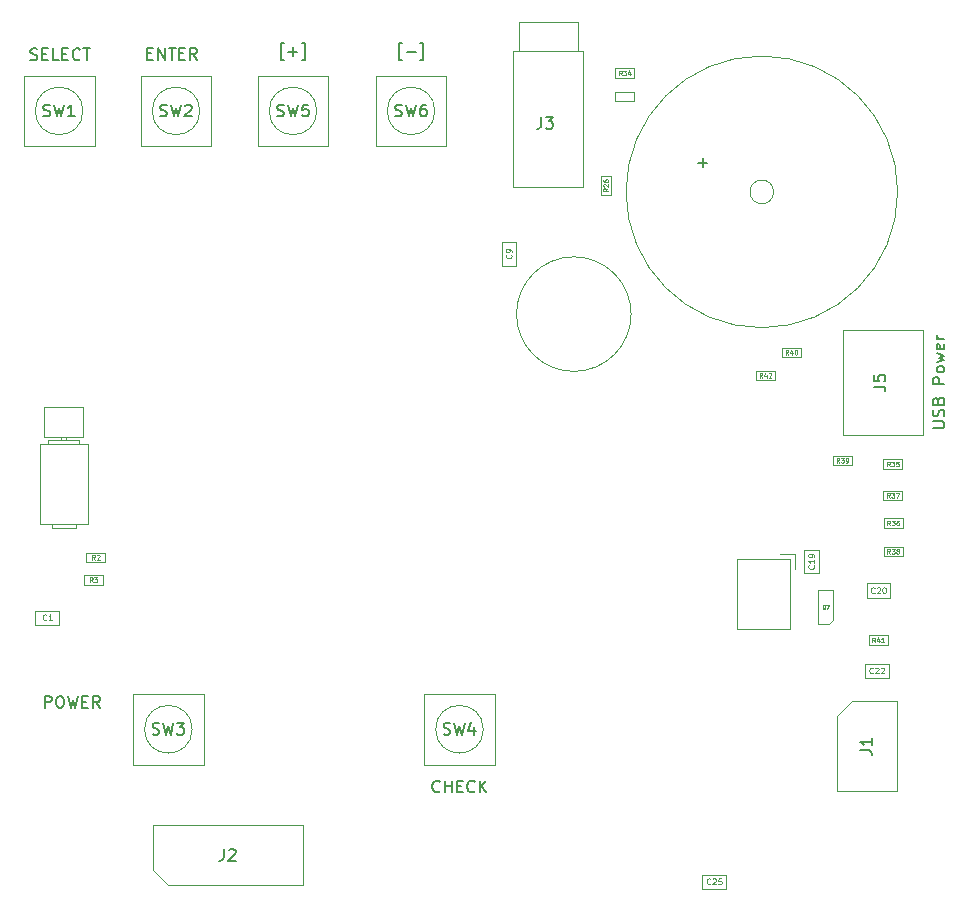
<source format=gbr>
G04 #@! TF.GenerationSoftware,KiCad,Pcbnew,9.0.6-9.0.6~ubuntu24.04.1*
G04 #@! TF.CreationDate,2026-01-10T11:13:35+03:00*
G04 #@! TF.ProjectId,Dreamstalker-PRO-v2,44726561-6d73-4746-916c-6b65722d5052,2.4*
G04 #@! TF.SameCoordinates,Original*
G04 #@! TF.FileFunction,AssemblyDrawing,Top*
%FSLAX46Y46*%
G04 Gerber Fmt 4.6, Leading zero omitted, Abs format (unit mm)*
G04 Created by KiCad (PCBNEW 9.0.6-9.0.6~ubuntu24.04.1) date 2026-01-10 11:13:35*
%MOMM*%
%LPD*%
G01*
G04 APERTURE LIST*
%ADD10C,0.150000*%
%ADD11C,0.060000*%
%ADD12C,0.080000*%
%ADD13C,0.050000*%
%ADD14C,0.100000*%
G04 APERTURE END LIST*
D10*
X93890476Y-98754819D02*
X93890476Y-97754819D01*
X93890476Y-97754819D02*
X94271428Y-97754819D01*
X94271428Y-97754819D02*
X94366666Y-97802438D01*
X94366666Y-97802438D02*
X94414285Y-97850057D01*
X94414285Y-97850057D02*
X94461904Y-97945295D01*
X94461904Y-97945295D02*
X94461904Y-98088152D01*
X94461904Y-98088152D02*
X94414285Y-98183390D01*
X94414285Y-98183390D02*
X94366666Y-98231009D01*
X94366666Y-98231009D02*
X94271428Y-98278628D01*
X94271428Y-98278628D02*
X93890476Y-98278628D01*
X95080952Y-97754819D02*
X95271428Y-97754819D01*
X95271428Y-97754819D02*
X95366666Y-97802438D01*
X95366666Y-97802438D02*
X95461904Y-97897676D01*
X95461904Y-97897676D02*
X95509523Y-98088152D01*
X95509523Y-98088152D02*
X95509523Y-98421485D01*
X95509523Y-98421485D02*
X95461904Y-98611961D01*
X95461904Y-98611961D02*
X95366666Y-98707200D01*
X95366666Y-98707200D02*
X95271428Y-98754819D01*
X95271428Y-98754819D02*
X95080952Y-98754819D01*
X95080952Y-98754819D02*
X94985714Y-98707200D01*
X94985714Y-98707200D02*
X94890476Y-98611961D01*
X94890476Y-98611961D02*
X94842857Y-98421485D01*
X94842857Y-98421485D02*
X94842857Y-98088152D01*
X94842857Y-98088152D02*
X94890476Y-97897676D01*
X94890476Y-97897676D02*
X94985714Y-97802438D01*
X94985714Y-97802438D02*
X95080952Y-97754819D01*
X95842857Y-97754819D02*
X96080952Y-98754819D01*
X96080952Y-98754819D02*
X96271428Y-98040533D01*
X96271428Y-98040533D02*
X96461904Y-98754819D01*
X96461904Y-98754819D02*
X96700000Y-97754819D01*
X97080952Y-98231009D02*
X97414285Y-98231009D01*
X97557142Y-98754819D02*
X97080952Y-98754819D01*
X97080952Y-98754819D02*
X97080952Y-97754819D01*
X97080952Y-97754819D02*
X97557142Y-97754819D01*
X98557142Y-98754819D02*
X98223809Y-98278628D01*
X97985714Y-98754819D02*
X97985714Y-97754819D01*
X97985714Y-97754819D02*
X98366666Y-97754819D01*
X98366666Y-97754819D02*
X98461904Y-97802438D01*
X98461904Y-97802438D02*
X98509523Y-97850057D01*
X98509523Y-97850057D02*
X98557142Y-97945295D01*
X98557142Y-97945295D02*
X98557142Y-98088152D01*
X98557142Y-98088152D02*
X98509523Y-98183390D01*
X98509523Y-98183390D02*
X98461904Y-98231009D01*
X98461904Y-98231009D02*
X98366666Y-98278628D01*
X98366666Y-98278628D02*
X97985714Y-98278628D01*
X103016667Y-100957200D02*
X103159524Y-101004819D01*
X103159524Y-101004819D02*
X103397619Y-101004819D01*
X103397619Y-101004819D02*
X103492857Y-100957200D01*
X103492857Y-100957200D02*
X103540476Y-100909580D01*
X103540476Y-100909580D02*
X103588095Y-100814342D01*
X103588095Y-100814342D02*
X103588095Y-100719104D01*
X103588095Y-100719104D02*
X103540476Y-100623866D01*
X103540476Y-100623866D02*
X103492857Y-100576247D01*
X103492857Y-100576247D02*
X103397619Y-100528628D01*
X103397619Y-100528628D02*
X103207143Y-100481009D01*
X103207143Y-100481009D02*
X103111905Y-100433390D01*
X103111905Y-100433390D02*
X103064286Y-100385771D01*
X103064286Y-100385771D02*
X103016667Y-100290533D01*
X103016667Y-100290533D02*
X103016667Y-100195295D01*
X103016667Y-100195295D02*
X103064286Y-100100057D01*
X103064286Y-100100057D02*
X103111905Y-100052438D01*
X103111905Y-100052438D02*
X103207143Y-100004819D01*
X103207143Y-100004819D02*
X103445238Y-100004819D01*
X103445238Y-100004819D02*
X103588095Y-100052438D01*
X103921429Y-100004819D02*
X104159524Y-101004819D01*
X104159524Y-101004819D02*
X104350000Y-100290533D01*
X104350000Y-100290533D02*
X104540476Y-101004819D01*
X104540476Y-101004819D02*
X104778572Y-100004819D01*
X105064286Y-100004819D02*
X105683333Y-100004819D01*
X105683333Y-100004819D02*
X105350000Y-100385771D01*
X105350000Y-100385771D02*
X105492857Y-100385771D01*
X105492857Y-100385771D02*
X105588095Y-100433390D01*
X105588095Y-100433390D02*
X105635714Y-100481009D01*
X105635714Y-100481009D02*
X105683333Y-100576247D01*
X105683333Y-100576247D02*
X105683333Y-100814342D01*
X105683333Y-100814342D02*
X105635714Y-100909580D01*
X105635714Y-100909580D02*
X105588095Y-100957200D01*
X105588095Y-100957200D02*
X105492857Y-101004819D01*
X105492857Y-101004819D02*
X105207143Y-101004819D01*
X105207143Y-101004819D02*
X105111905Y-100957200D01*
X105111905Y-100957200D02*
X105064286Y-100909580D01*
X127333333Y-105809580D02*
X127285714Y-105857200D01*
X127285714Y-105857200D02*
X127142857Y-105904819D01*
X127142857Y-105904819D02*
X127047619Y-105904819D01*
X127047619Y-105904819D02*
X126904762Y-105857200D01*
X126904762Y-105857200D02*
X126809524Y-105761961D01*
X126809524Y-105761961D02*
X126761905Y-105666723D01*
X126761905Y-105666723D02*
X126714286Y-105476247D01*
X126714286Y-105476247D02*
X126714286Y-105333390D01*
X126714286Y-105333390D02*
X126761905Y-105142914D01*
X126761905Y-105142914D02*
X126809524Y-105047676D01*
X126809524Y-105047676D02*
X126904762Y-104952438D01*
X126904762Y-104952438D02*
X127047619Y-104904819D01*
X127047619Y-104904819D02*
X127142857Y-104904819D01*
X127142857Y-104904819D02*
X127285714Y-104952438D01*
X127285714Y-104952438D02*
X127333333Y-105000057D01*
X127761905Y-105904819D02*
X127761905Y-104904819D01*
X127761905Y-105381009D02*
X128333333Y-105381009D01*
X128333333Y-105904819D02*
X128333333Y-104904819D01*
X128809524Y-105381009D02*
X129142857Y-105381009D01*
X129285714Y-105904819D02*
X128809524Y-105904819D01*
X128809524Y-105904819D02*
X128809524Y-104904819D01*
X128809524Y-104904819D02*
X129285714Y-104904819D01*
X130285714Y-105809580D02*
X130238095Y-105857200D01*
X130238095Y-105857200D02*
X130095238Y-105904819D01*
X130095238Y-105904819D02*
X130000000Y-105904819D01*
X130000000Y-105904819D02*
X129857143Y-105857200D01*
X129857143Y-105857200D02*
X129761905Y-105761961D01*
X129761905Y-105761961D02*
X129714286Y-105666723D01*
X129714286Y-105666723D02*
X129666667Y-105476247D01*
X129666667Y-105476247D02*
X129666667Y-105333390D01*
X129666667Y-105333390D02*
X129714286Y-105142914D01*
X129714286Y-105142914D02*
X129761905Y-105047676D01*
X129761905Y-105047676D02*
X129857143Y-104952438D01*
X129857143Y-104952438D02*
X130000000Y-104904819D01*
X130000000Y-104904819D02*
X130095238Y-104904819D01*
X130095238Y-104904819D02*
X130238095Y-104952438D01*
X130238095Y-104952438D02*
X130285714Y-105000057D01*
X130714286Y-105904819D02*
X130714286Y-104904819D01*
X131285714Y-105904819D02*
X130857143Y-105333390D01*
X131285714Y-104904819D02*
X130714286Y-105476247D01*
X127666667Y-100957200D02*
X127809524Y-101004819D01*
X127809524Y-101004819D02*
X128047619Y-101004819D01*
X128047619Y-101004819D02*
X128142857Y-100957200D01*
X128142857Y-100957200D02*
X128190476Y-100909580D01*
X128190476Y-100909580D02*
X128238095Y-100814342D01*
X128238095Y-100814342D02*
X128238095Y-100719104D01*
X128238095Y-100719104D02*
X128190476Y-100623866D01*
X128190476Y-100623866D02*
X128142857Y-100576247D01*
X128142857Y-100576247D02*
X128047619Y-100528628D01*
X128047619Y-100528628D02*
X127857143Y-100481009D01*
X127857143Y-100481009D02*
X127761905Y-100433390D01*
X127761905Y-100433390D02*
X127714286Y-100385771D01*
X127714286Y-100385771D02*
X127666667Y-100290533D01*
X127666667Y-100290533D02*
X127666667Y-100195295D01*
X127666667Y-100195295D02*
X127714286Y-100100057D01*
X127714286Y-100100057D02*
X127761905Y-100052438D01*
X127761905Y-100052438D02*
X127857143Y-100004819D01*
X127857143Y-100004819D02*
X128095238Y-100004819D01*
X128095238Y-100004819D02*
X128238095Y-100052438D01*
X128571429Y-100004819D02*
X128809524Y-101004819D01*
X128809524Y-101004819D02*
X129000000Y-100290533D01*
X129000000Y-100290533D02*
X129190476Y-101004819D01*
X129190476Y-101004819D02*
X129428572Y-100004819D01*
X130238095Y-100338152D02*
X130238095Y-101004819D01*
X130000000Y-99957200D02*
X129761905Y-100671485D01*
X129761905Y-100671485D02*
X130380952Y-100671485D01*
D11*
X97933333Y-88081927D02*
X97800000Y-87891451D01*
X97704762Y-88081927D02*
X97704762Y-87681927D01*
X97704762Y-87681927D02*
X97857143Y-87681927D01*
X97857143Y-87681927D02*
X97895238Y-87700975D01*
X97895238Y-87700975D02*
X97914285Y-87720022D01*
X97914285Y-87720022D02*
X97933333Y-87758118D01*
X97933333Y-87758118D02*
X97933333Y-87815260D01*
X97933333Y-87815260D02*
X97914285Y-87853356D01*
X97914285Y-87853356D02*
X97895238Y-87872403D01*
X97895238Y-87872403D02*
X97857143Y-87891451D01*
X97857143Y-87891451D02*
X97704762Y-87891451D01*
X98066666Y-87681927D02*
X98314285Y-87681927D01*
X98314285Y-87681927D02*
X98180952Y-87834308D01*
X98180952Y-87834308D02*
X98238095Y-87834308D01*
X98238095Y-87834308D02*
X98276190Y-87853356D01*
X98276190Y-87853356D02*
X98295238Y-87872403D01*
X98295238Y-87872403D02*
X98314285Y-87910499D01*
X98314285Y-87910499D02*
X98314285Y-88005737D01*
X98314285Y-88005737D02*
X98295238Y-88043832D01*
X98295238Y-88043832D02*
X98276190Y-88062880D01*
X98276190Y-88062880D02*
X98238095Y-88081927D01*
X98238095Y-88081927D02*
X98123809Y-88081927D01*
X98123809Y-88081927D02*
X98085714Y-88062880D01*
X98085714Y-88062880D02*
X98066666Y-88043832D01*
D12*
X133379530Y-60370833D02*
X133403340Y-60394642D01*
X133403340Y-60394642D02*
X133427149Y-60466071D01*
X133427149Y-60466071D02*
X133427149Y-60513690D01*
X133427149Y-60513690D02*
X133403340Y-60585118D01*
X133403340Y-60585118D02*
X133355720Y-60632737D01*
X133355720Y-60632737D02*
X133308101Y-60656547D01*
X133308101Y-60656547D02*
X133212863Y-60680356D01*
X133212863Y-60680356D02*
X133141435Y-60680356D01*
X133141435Y-60680356D02*
X133046197Y-60656547D01*
X133046197Y-60656547D02*
X132998578Y-60632737D01*
X132998578Y-60632737D02*
X132950959Y-60585118D01*
X132950959Y-60585118D02*
X132927149Y-60513690D01*
X132927149Y-60513690D02*
X132927149Y-60466071D01*
X132927149Y-60466071D02*
X132950959Y-60394642D01*
X132950959Y-60394642D02*
X132974768Y-60370833D01*
X133427149Y-60132737D02*
X133427149Y-60037499D01*
X133427149Y-60037499D02*
X133403340Y-59989880D01*
X133403340Y-59989880D02*
X133379530Y-59966071D01*
X133379530Y-59966071D02*
X133308101Y-59918452D01*
X133308101Y-59918452D02*
X133212863Y-59894642D01*
X133212863Y-59894642D02*
X133022387Y-59894642D01*
X133022387Y-59894642D02*
X132974768Y-59918452D01*
X132974768Y-59918452D02*
X132950959Y-59942261D01*
X132950959Y-59942261D02*
X132927149Y-59989880D01*
X132927149Y-59989880D02*
X132927149Y-60085118D01*
X132927149Y-60085118D02*
X132950959Y-60132737D01*
X132950959Y-60132737D02*
X132974768Y-60156547D01*
X132974768Y-60156547D02*
X133022387Y-60180356D01*
X133022387Y-60180356D02*
X133141435Y-60180356D01*
X133141435Y-60180356D02*
X133189054Y-60156547D01*
X133189054Y-60156547D02*
X133212863Y-60132737D01*
X133212863Y-60132737D02*
X133236673Y-60085118D01*
X133236673Y-60085118D02*
X133236673Y-59989880D01*
X133236673Y-59989880D02*
X133212863Y-59942261D01*
X133212863Y-59942261D02*
X133189054Y-59918452D01*
X133189054Y-59918452D02*
X133141435Y-59894642D01*
X94016666Y-91279530D02*
X93992857Y-91303340D01*
X93992857Y-91303340D02*
X93921428Y-91327149D01*
X93921428Y-91327149D02*
X93873809Y-91327149D01*
X93873809Y-91327149D02*
X93802381Y-91303340D01*
X93802381Y-91303340D02*
X93754762Y-91255720D01*
X93754762Y-91255720D02*
X93730952Y-91208101D01*
X93730952Y-91208101D02*
X93707143Y-91112863D01*
X93707143Y-91112863D02*
X93707143Y-91041435D01*
X93707143Y-91041435D02*
X93730952Y-90946197D01*
X93730952Y-90946197D02*
X93754762Y-90898578D01*
X93754762Y-90898578D02*
X93802381Y-90850959D01*
X93802381Y-90850959D02*
X93873809Y-90827149D01*
X93873809Y-90827149D02*
X93921428Y-90827149D01*
X93921428Y-90827149D02*
X93992857Y-90850959D01*
X93992857Y-90850959D02*
X94016666Y-90874768D01*
X94492857Y-91327149D02*
X94207143Y-91327149D01*
X94350000Y-91327149D02*
X94350000Y-90827149D01*
X94350000Y-90827149D02*
X94302381Y-90898578D01*
X94302381Y-90898578D02*
X94254762Y-90946197D01*
X94254762Y-90946197D02*
X94207143Y-90970006D01*
D10*
X149209048Y-52583866D02*
X149970953Y-52583866D01*
X149590000Y-52964819D02*
X149590000Y-52202914D01*
X109046666Y-110684819D02*
X109046666Y-111399104D01*
X109046666Y-111399104D02*
X108999047Y-111541961D01*
X108999047Y-111541961D02*
X108903809Y-111637200D01*
X108903809Y-111637200D02*
X108760952Y-111684819D01*
X108760952Y-111684819D02*
X108665714Y-111684819D01*
X109475238Y-110780057D02*
X109522857Y-110732438D01*
X109522857Y-110732438D02*
X109618095Y-110684819D01*
X109618095Y-110684819D02*
X109856190Y-110684819D01*
X109856190Y-110684819D02*
X109951428Y-110732438D01*
X109951428Y-110732438D02*
X109999047Y-110780057D01*
X109999047Y-110780057D02*
X110046666Y-110875295D01*
X110046666Y-110875295D02*
X110046666Y-110970533D01*
X110046666Y-110970533D02*
X109999047Y-111113390D01*
X109999047Y-111113390D02*
X109427619Y-111684819D01*
X109427619Y-111684819D02*
X110046666Y-111684819D01*
X162924819Y-102323333D02*
X163639104Y-102323333D01*
X163639104Y-102323333D02*
X163781961Y-102370952D01*
X163781961Y-102370952D02*
X163877200Y-102466190D01*
X163877200Y-102466190D02*
X163924819Y-102609047D01*
X163924819Y-102609047D02*
X163924819Y-102704285D01*
X163924819Y-101323333D02*
X163924819Y-101894761D01*
X163924819Y-101609047D02*
X162924819Y-101609047D01*
X162924819Y-101609047D02*
X163067676Y-101704285D01*
X163067676Y-101704285D02*
X163162914Y-101799523D01*
X163162914Y-101799523D02*
X163210533Y-101894761D01*
X135916666Y-48704819D02*
X135916666Y-49419104D01*
X135916666Y-49419104D02*
X135869047Y-49561961D01*
X135869047Y-49561961D02*
X135773809Y-49657200D01*
X135773809Y-49657200D02*
X135630952Y-49704819D01*
X135630952Y-49704819D02*
X135535714Y-49704819D01*
X136297619Y-48704819D02*
X136916666Y-48704819D01*
X136916666Y-48704819D02*
X136583333Y-49085771D01*
X136583333Y-49085771D02*
X136726190Y-49085771D01*
X136726190Y-49085771D02*
X136821428Y-49133390D01*
X136821428Y-49133390D02*
X136869047Y-49181009D01*
X136869047Y-49181009D02*
X136916666Y-49276247D01*
X136916666Y-49276247D02*
X136916666Y-49514342D01*
X136916666Y-49514342D02*
X136869047Y-49609580D01*
X136869047Y-49609580D02*
X136821428Y-49657200D01*
X136821428Y-49657200D02*
X136726190Y-49704819D01*
X136726190Y-49704819D02*
X136440476Y-49704819D01*
X136440476Y-49704819D02*
X136345238Y-49657200D01*
X136345238Y-49657200D02*
X136297619Y-49609580D01*
X102578571Y-43331009D02*
X102911904Y-43331009D01*
X103054761Y-43854819D02*
X102578571Y-43854819D01*
X102578571Y-43854819D02*
X102578571Y-42854819D01*
X102578571Y-42854819D02*
X103054761Y-42854819D01*
X103483333Y-43854819D02*
X103483333Y-42854819D01*
X103483333Y-42854819D02*
X104054761Y-43854819D01*
X104054761Y-43854819D02*
X104054761Y-42854819D01*
X104388095Y-42854819D02*
X104959523Y-42854819D01*
X104673809Y-43854819D02*
X104673809Y-42854819D01*
X105292857Y-43331009D02*
X105626190Y-43331009D01*
X105769047Y-43854819D02*
X105292857Y-43854819D01*
X105292857Y-43854819D02*
X105292857Y-42854819D01*
X105292857Y-42854819D02*
X105769047Y-42854819D01*
X106769047Y-43854819D02*
X106435714Y-43378628D01*
X106197619Y-43854819D02*
X106197619Y-42854819D01*
X106197619Y-42854819D02*
X106578571Y-42854819D01*
X106578571Y-42854819D02*
X106673809Y-42902438D01*
X106673809Y-42902438D02*
X106721428Y-42950057D01*
X106721428Y-42950057D02*
X106769047Y-43045295D01*
X106769047Y-43045295D02*
X106769047Y-43188152D01*
X106769047Y-43188152D02*
X106721428Y-43283390D01*
X106721428Y-43283390D02*
X106673809Y-43331009D01*
X106673809Y-43331009D02*
X106578571Y-43378628D01*
X106578571Y-43378628D02*
X106197619Y-43378628D01*
X103666667Y-48607200D02*
X103809524Y-48654819D01*
X103809524Y-48654819D02*
X104047619Y-48654819D01*
X104047619Y-48654819D02*
X104142857Y-48607200D01*
X104142857Y-48607200D02*
X104190476Y-48559580D01*
X104190476Y-48559580D02*
X104238095Y-48464342D01*
X104238095Y-48464342D02*
X104238095Y-48369104D01*
X104238095Y-48369104D02*
X104190476Y-48273866D01*
X104190476Y-48273866D02*
X104142857Y-48226247D01*
X104142857Y-48226247D02*
X104047619Y-48178628D01*
X104047619Y-48178628D02*
X103857143Y-48131009D01*
X103857143Y-48131009D02*
X103761905Y-48083390D01*
X103761905Y-48083390D02*
X103714286Y-48035771D01*
X103714286Y-48035771D02*
X103666667Y-47940533D01*
X103666667Y-47940533D02*
X103666667Y-47845295D01*
X103666667Y-47845295D02*
X103714286Y-47750057D01*
X103714286Y-47750057D02*
X103761905Y-47702438D01*
X103761905Y-47702438D02*
X103857143Y-47654819D01*
X103857143Y-47654819D02*
X104095238Y-47654819D01*
X104095238Y-47654819D02*
X104238095Y-47702438D01*
X104571429Y-47654819D02*
X104809524Y-48654819D01*
X104809524Y-48654819D02*
X105000000Y-47940533D01*
X105000000Y-47940533D02*
X105190476Y-48654819D01*
X105190476Y-48654819D02*
X105428572Y-47654819D01*
X105761905Y-47750057D02*
X105809524Y-47702438D01*
X105809524Y-47702438D02*
X105904762Y-47654819D01*
X105904762Y-47654819D02*
X106142857Y-47654819D01*
X106142857Y-47654819D02*
X106238095Y-47702438D01*
X106238095Y-47702438D02*
X106285714Y-47750057D01*
X106285714Y-47750057D02*
X106333333Y-47845295D01*
X106333333Y-47845295D02*
X106333333Y-47940533D01*
X106333333Y-47940533D02*
X106285714Y-48083390D01*
X106285714Y-48083390D02*
X105714286Y-48654819D01*
X105714286Y-48654819D02*
X106333333Y-48654819D01*
X92673809Y-43857200D02*
X92816666Y-43904819D01*
X92816666Y-43904819D02*
X93054761Y-43904819D01*
X93054761Y-43904819D02*
X93149999Y-43857200D01*
X93149999Y-43857200D02*
X93197618Y-43809580D01*
X93197618Y-43809580D02*
X93245237Y-43714342D01*
X93245237Y-43714342D02*
X93245237Y-43619104D01*
X93245237Y-43619104D02*
X93197618Y-43523866D01*
X93197618Y-43523866D02*
X93149999Y-43476247D01*
X93149999Y-43476247D02*
X93054761Y-43428628D01*
X93054761Y-43428628D02*
X92864285Y-43381009D01*
X92864285Y-43381009D02*
X92769047Y-43333390D01*
X92769047Y-43333390D02*
X92721428Y-43285771D01*
X92721428Y-43285771D02*
X92673809Y-43190533D01*
X92673809Y-43190533D02*
X92673809Y-43095295D01*
X92673809Y-43095295D02*
X92721428Y-43000057D01*
X92721428Y-43000057D02*
X92769047Y-42952438D01*
X92769047Y-42952438D02*
X92864285Y-42904819D01*
X92864285Y-42904819D02*
X93102380Y-42904819D01*
X93102380Y-42904819D02*
X93245237Y-42952438D01*
X93673809Y-43381009D02*
X94007142Y-43381009D01*
X94149999Y-43904819D02*
X93673809Y-43904819D01*
X93673809Y-43904819D02*
X93673809Y-42904819D01*
X93673809Y-42904819D02*
X94149999Y-42904819D01*
X95054761Y-43904819D02*
X94578571Y-43904819D01*
X94578571Y-43904819D02*
X94578571Y-42904819D01*
X95388095Y-43381009D02*
X95721428Y-43381009D01*
X95864285Y-43904819D02*
X95388095Y-43904819D01*
X95388095Y-43904819D02*
X95388095Y-42904819D01*
X95388095Y-42904819D02*
X95864285Y-42904819D01*
X96864285Y-43809580D02*
X96816666Y-43857200D01*
X96816666Y-43857200D02*
X96673809Y-43904819D01*
X96673809Y-43904819D02*
X96578571Y-43904819D01*
X96578571Y-43904819D02*
X96435714Y-43857200D01*
X96435714Y-43857200D02*
X96340476Y-43761961D01*
X96340476Y-43761961D02*
X96292857Y-43666723D01*
X96292857Y-43666723D02*
X96245238Y-43476247D01*
X96245238Y-43476247D02*
X96245238Y-43333390D01*
X96245238Y-43333390D02*
X96292857Y-43142914D01*
X96292857Y-43142914D02*
X96340476Y-43047676D01*
X96340476Y-43047676D02*
X96435714Y-42952438D01*
X96435714Y-42952438D02*
X96578571Y-42904819D01*
X96578571Y-42904819D02*
X96673809Y-42904819D01*
X96673809Y-42904819D02*
X96816666Y-42952438D01*
X96816666Y-42952438D02*
X96864285Y-43000057D01*
X97150000Y-42904819D02*
X97721428Y-42904819D01*
X97435714Y-43904819D02*
X97435714Y-42904819D01*
X93766667Y-48607200D02*
X93909524Y-48654819D01*
X93909524Y-48654819D02*
X94147619Y-48654819D01*
X94147619Y-48654819D02*
X94242857Y-48607200D01*
X94242857Y-48607200D02*
X94290476Y-48559580D01*
X94290476Y-48559580D02*
X94338095Y-48464342D01*
X94338095Y-48464342D02*
X94338095Y-48369104D01*
X94338095Y-48369104D02*
X94290476Y-48273866D01*
X94290476Y-48273866D02*
X94242857Y-48226247D01*
X94242857Y-48226247D02*
X94147619Y-48178628D01*
X94147619Y-48178628D02*
X93957143Y-48131009D01*
X93957143Y-48131009D02*
X93861905Y-48083390D01*
X93861905Y-48083390D02*
X93814286Y-48035771D01*
X93814286Y-48035771D02*
X93766667Y-47940533D01*
X93766667Y-47940533D02*
X93766667Y-47845295D01*
X93766667Y-47845295D02*
X93814286Y-47750057D01*
X93814286Y-47750057D02*
X93861905Y-47702438D01*
X93861905Y-47702438D02*
X93957143Y-47654819D01*
X93957143Y-47654819D02*
X94195238Y-47654819D01*
X94195238Y-47654819D02*
X94338095Y-47702438D01*
X94671429Y-47654819D02*
X94909524Y-48654819D01*
X94909524Y-48654819D02*
X95100000Y-47940533D01*
X95100000Y-47940533D02*
X95290476Y-48654819D01*
X95290476Y-48654819D02*
X95528572Y-47654819D01*
X96433333Y-48654819D02*
X95861905Y-48654819D01*
X96147619Y-48654819D02*
X96147619Y-47654819D01*
X96147619Y-47654819D02*
X96052381Y-47797676D01*
X96052381Y-47797676D02*
X95957143Y-47892914D01*
X95957143Y-47892914D02*
X95861905Y-47940533D01*
X114138095Y-43888152D02*
X113900000Y-43888152D01*
X113900000Y-43888152D02*
X113900000Y-42459580D01*
X113900000Y-42459580D02*
X114138095Y-42459580D01*
X114519048Y-43173866D02*
X115280953Y-43173866D01*
X114900000Y-43554819D02*
X114900000Y-42792914D01*
X115661905Y-43888152D02*
X115900000Y-43888152D01*
X115900000Y-43888152D02*
X115900000Y-42459580D01*
X115900000Y-42459580D02*
X115661905Y-42459580D01*
X113566667Y-48607200D02*
X113709524Y-48654819D01*
X113709524Y-48654819D02*
X113947619Y-48654819D01*
X113947619Y-48654819D02*
X114042857Y-48607200D01*
X114042857Y-48607200D02*
X114090476Y-48559580D01*
X114090476Y-48559580D02*
X114138095Y-48464342D01*
X114138095Y-48464342D02*
X114138095Y-48369104D01*
X114138095Y-48369104D02*
X114090476Y-48273866D01*
X114090476Y-48273866D02*
X114042857Y-48226247D01*
X114042857Y-48226247D02*
X113947619Y-48178628D01*
X113947619Y-48178628D02*
X113757143Y-48131009D01*
X113757143Y-48131009D02*
X113661905Y-48083390D01*
X113661905Y-48083390D02*
X113614286Y-48035771D01*
X113614286Y-48035771D02*
X113566667Y-47940533D01*
X113566667Y-47940533D02*
X113566667Y-47845295D01*
X113566667Y-47845295D02*
X113614286Y-47750057D01*
X113614286Y-47750057D02*
X113661905Y-47702438D01*
X113661905Y-47702438D02*
X113757143Y-47654819D01*
X113757143Y-47654819D02*
X113995238Y-47654819D01*
X113995238Y-47654819D02*
X114138095Y-47702438D01*
X114471429Y-47654819D02*
X114709524Y-48654819D01*
X114709524Y-48654819D02*
X114900000Y-47940533D01*
X114900000Y-47940533D02*
X115090476Y-48654819D01*
X115090476Y-48654819D02*
X115328572Y-47654819D01*
X116185714Y-47654819D02*
X115709524Y-47654819D01*
X115709524Y-47654819D02*
X115661905Y-48131009D01*
X115661905Y-48131009D02*
X115709524Y-48083390D01*
X115709524Y-48083390D02*
X115804762Y-48035771D01*
X115804762Y-48035771D02*
X116042857Y-48035771D01*
X116042857Y-48035771D02*
X116138095Y-48083390D01*
X116138095Y-48083390D02*
X116185714Y-48131009D01*
X116185714Y-48131009D02*
X116233333Y-48226247D01*
X116233333Y-48226247D02*
X116233333Y-48464342D01*
X116233333Y-48464342D02*
X116185714Y-48559580D01*
X116185714Y-48559580D02*
X116138095Y-48607200D01*
X116138095Y-48607200D02*
X116042857Y-48654819D01*
X116042857Y-48654819D02*
X115804762Y-48654819D01*
X115804762Y-48654819D02*
X115709524Y-48607200D01*
X115709524Y-48607200D02*
X115661905Y-48559580D01*
X124138095Y-43888152D02*
X123900000Y-43888152D01*
X123900000Y-43888152D02*
X123900000Y-42459580D01*
X123900000Y-42459580D02*
X124138095Y-42459580D01*
X124519048Y-43173866D02*
X125280953Y-43173866D01*
X125661905Y-43888152D02*
X125900000Y-43888152D01*
X125900000Y-43888152D02*
X125900000Y-42459580D01*
X125900000Y-42459580D02*
X125661905Y-42459580D01*
X123566667Y-48607200D02*
X123709524Y-48654819D01*
X123709524Y-48654819D02*
X123947619Y-48654819D01*
X123947619Y-48654819D02*
X124042857Y-48607200D01*
X124042857Y-48607200D02*
X124090476Y-48559580D01*
X124090476Y-48559580D02*
X124138095Y-48464342D01*
X124138095Y-48464342D02*
X124138095Y-48369104D01*
X124138095Y-48369104D02*
X124090476Y-48273866D01*
X124090476Y-48273866D02*
X124042857Y-48226247D01*
X124042857Y-48226247D02*
X123947619Y-48178628D01*
X123947619Y-48178628D02*
X123757143Y-48131009D01*
X123757143Y-48131009D02*
X123661905Y-48083390D01*
X123661905Y-48083390D02*
X123614286Y-48035771D01*
X123614286Y-48035771D02*
X123566667Y-47940533D01*
X123566667Y-47940533D02*
X123566667Y-47845295D01*
X123566667Y-47845295D02*
X123614286Y-47750057D01*
X123614286Y-47750057D02*
X123661905Y-47702438D01*
X123661905Y-47702438D02*
X123757143Y-47654819D01*
X123757143Y-47654819D02*
X123995238Y-47654819D01*
X123995238Y-47654819D02*
X124138095Y-47702438D01*
X124471429Y-47654819D02*
X124709524Y-48654819D01*
X124709524Y-48654819D02*
X124900000Y-47940533D01*
X124900000Y-47940533D02*
X125090476Y-48654819D01*
X125090476Y-48654819D02*
X125328572Y-47654819D01*
X126138095Y-47654819D02*
X125947619Y-47654819D01*
X125947619Y-47654819D02*
X125852381Y-47702438D01*
X125852381Y-47702438D02*
X125804762Y-47750057D01*
X125804762Y-47750057D02*
X125709524Y-47892914D01*
X125709524Y-47892914D02*
X125661905Y-48083390D01*
X125661905Y-48083390D02*
X125661905Y-48464342D01*
X125661905Y-48464342D02*
X125709524Y-48559580D01*
X125709524Y-48559580D02*
X125757143Y-48607200D01*
X125757143Y-48607200D02*
X125852381Y-48654819D01*
X125852381Y-48654819D02*
X126042857Y-48654819D01*
X126042857Y-48654819D02*
X126138095Y-48607200D01*
X126138095Y-48607200D02*
X126185714Y-48559580D01*
X126185714Y-48559580D02*
X126233333Y-48464342D01*
X126233333Y-48464342D02*
X126233333Y-48226247D01*
X126233333Y-48226247D02*
X126185714Y-48131009D01*
X126185714Y-48131009D02*
X126138095Y-48083390D01*
X126138095Y-48083390D02*
X126042857Y-48035771D01*
X126042857Y-48035771D02*
X125852381Y-48035771D01*
X125852381Y-48035771D02*
X125757143Y-48083390D01*
X125757143Y-48083390D02*
X125709524Y-48131009D01*
X125709524Y-48131009D02*
X125661905Y-48226247D01*
D11*
X141581927Y-54757142D02*
X141391451Y-54890475D01*
X141581927Y-54985713D02*
X141181927Y-54985713D01*
X141181927Y-54985713D02*
X141181927Y-54833332D01*
X141181927Y-54833332D02*
X141200975Y-54795237D01*
X141200975Y-54795237D02*
X141220022Y-54776190D01*
X141220022Y-54776190D02*
X141258118Y-54757142D01*
X141258118Y-54757142D02*
X141315260Y-54757142D01*
X141315260Y-54757142D02*
X141353356Y-54776190D01*
X141353356Y-54776190D02*
X141372403Y-54795237D01*
X141372403Y-54795237D02*
X141391451Y-54833332D01*
X141391451Y-54833332D02*
X141391451Y-54985713D01*
X141220022Y-54604761D02*
X141200975Y-54585713D01*
X141200975Y-54585713D02*
X141181927Y-54547618D01*
X141181927Y-54547618D02*
X141181927Y-54452380D01*
X141181927Y-54452380D02*
X141200975Y-54414285D01*
X141200975Y-54414285D02*
X141220022Y-54395237D01*
X141220022Y-54395237D02*
X141258118Y-54376190D01*
X141258118Y-54376190D02*
X141296213Y-54376190D01*
X141296213Y-54376190D02*
X141353356Y-54395237D01*
X141353356Y-54395237D02*
X141581927Y-54623809D01*
X141581927Y-54623809D02*
X141581927Y-54376190D01*
X141181927Y-54033333D02*
X141181927Y-54109523D01*
X141181927Y-54109523D02*
X141200975Y-54147619D01*
X141200975Y-54147619D02*
X141220022Y-54166666D01*
X141220022Y-54166666D02*
X141277165Y-54204761D01*
X141277165Y-54204761D02*
X141353356Y-54223809D01*
X141353356Y-54223809D02*
X141505737Y-54223809D01*
X141505737Y-54223809D02*
X141543832Y-54204761D01*
X141543832Y-54204761D02*
X141562880Y-54185714D01*
X141562880Y-54185714D02*
X141581927Y-54147619D01*
X141581927Y-54147619D02*
X141581927Y-54071428D01*
X141581927Y-54071428D02*
X141562880Y-54033333D01*
X141562880Y-54033333D02*
X141543832Y-54014285D01*
X141543832Y-54014285D02*
X141505737Y-53995238D01*
X141505737Y-53995238D02*
X141410499Y-53995238D01*
X141410499Y-53995238D02*
X141372403Y-54014285D01*
X141372403Y-54014285D02*
X141353356Y-54033333D01*
X141353356Y-54033333D02*
X141334308Y-54071428D01*
X141334308Y-54071428D02*
X141334308Y-54147619D01*
X141334308Y-54147619D02*
X141353356Y-54185714D01*
X141353356Y-54185714D02*
X141372403Y-54204761D01*
X141372403Y-54204761D02*
X141410499Y-54223809D01*
D10*
X169059819Y-75057142D02*
X169869342Y-75057142D01*
X169869342Y-75057142D02*
X169964580Y-75009523D01*
X169964580Y-75009523D02*
X170012200Y-74961904D01*
X170012200Y-74961904D02*
X170059819Y-74866666D01*
X170059819Y-74866666D02*
X170059819Y-74676190D01*
X170059819Y-74676190D02*
X170012200Y-74580952D01*
X170012200Y-74580952D02*
X169964580Y-74533333D01*
X169964580Y-74533333D02*
X169869342Y-74485714D01*
X169869342Y-74485714D02*
X169059819Y-74485714D01*
X170012200Y-74057142D02*
X170059819Y-73914285D01*
X170059819Y-73914285D02*
X170059819Y-73676190D01*
X170059819Y-73676190D02*
X170012200Y-73580952D01*
X170012200Y-73580952D02*
X169964580Y-73533333D01*
X169964580Y-73533333D02*
X169869342Y-73485714D01*
X169869342Y-73485714D02*
X169774104Y-73485714D01*
X169774104Y-73485714D02*
X169678866Y-73533333D01*
X169678866Y-73533333D02*
X169631247Y-73580952D01*
X169631247Y-73580952D02*
X169583628Y-73676190D01*
X169583628Y-73676190D02*
X169536009Y-73866666D01*
X169536009Y-73866666D02*
X169488390Y-73961904D01*
X169488390Y-73961904D02*
X169440771Y-74009523D01*
X169440771Y-74009523D02*
X169345533Y-74057142D01*
X169345533Y-74057142D02*
X169250295Y-74057142D01*
X169250295Y-74057142D02*
X169155057Y-74009523D01*
X169155057Y-74009523D02*
X169107438Y-73961904D01*
X169107438Y-73961904D02*
X169059819Y-73866666D01*
X169059819Y-73866666D02*
X169059819Y-73628571D01*
X169059819Y-73628571D02*
X169107438Y-73485714D01*
X169536009Y-72723809D02*
X169583628Y-72580952D01*
X169583628Y-72580952D02*
X169631247Y-72533333D01*
X169631247Y-72533333D02*
X169726485Y-72485714D01*
X169726485Y-72485714D02*
X169869342Y-72485714D01*
X169869342Y-72485714D02*
X169964580Y-72533333D01*
X169964580Y-72533333D02*
X170012200Y-72580952D01*
X170012200Y-72580952D02*
X170059819Y-72676190D01*
X170059819Y-72676190D02*
X170059819Y-73057142D01*
X170059819Y-73057142D02*
X169059819Y-73057142D01*
X169059819Y-73057142D02*
X169059819Y-72723809D01*
X169059819Y-72723809D02*
X169107438Y-72628571D01*
X169107438Y-72628571D02*
X169155057Y-72580952D01*
X169155057Y-72580952D02*
X169250295Y-72533333D01*
X169250295Y-72533333D02*
X169345533Y-72533333D01*
X169345533Y-72533333D02*
X169440771Y-72580952D01*
X169440771Y-72580952D02*
X169488390Y-72628571D01*
X169488390Y-72628571D02*
X169536009Y-72723809D01*
X169536009Y-72723809D02*
X169536009Y-73057142D01*
X170059819Y-71295237D02*
X169059819Y-71295237D01*
X169059819Y-71295237D02*
X169059819Y-70914285D01*
X169059819Y-70914285D02*
X169107438Y-70819047D01*
X169107438Y-70819047D02*
X169155057Y-70771428D01*
X169155057Y-70771428D02*
X169250295Y-70723809D01*
X169250295Y-70723809D02*
X169393152Y-70723809D01*
X169393152Y-70723809D02*
X169488390Y-70771428D01*
X169488390Y-70771428D02*
X169536009Y-70819047D01*
X169536009Y-70819047D02*
X169583628Y-70914285D01*
X169583628Y-70914285D02*
X169583628Y-71295237D01*
X170059819Y-70152380D02*
X170012200Y-70247618D01*
X170012200Y-70247618D02*
X169964580Y-70295237D01*
X169964580Y-70295237D02*
X169869342Y-70342856D01*
X169869342Y-70342856D02*
X169583628Y-70342856D01*
X169583628Y-70342856D02*
X169488390Y-70295237D01*
X169488390Y-70295237D02*
X169440771Y-70247618D01*
X169440771Y-70247618D02*
X169393152Y-70152380D01*
X169393152Y-70152380D02*
X169393152Y-70009523D01*
X169393152Y-70009523D02*
X169440771Y-69914285D01*
X169440771Y-69914285D02*
X169488390Y-69866666D01*
X169488390Y-69866666D02*
X169583628Y-69819047D01*
X169583628Y-69819047D02*
X169869342Y-69819047D01*
X169869342Y-69819047D02*
X169964580Y-69866666D01*
X169964580Y-69866666D02*
X170012200Y-69914285D01*
X170012200Y-69914285D02*
X170059819Y-70009523D01*
X170059819Y-70009523D02*
X170059819Y-70152380D01*
X169393152Y-69485713D02*
X170059819Y-69295237D01*
X170059819Y-69295237D02*
X169583628Y-69104761D01*
X169583628Y-69104761D02*
X170059819Y-68914285D01*
X170059819Y-68914285D02*
X169393152Y-68723809D01*
X170012200Y-67961904D02*
X170059819Y-68057142D01*
X170059819Y-68057142D02*
X170059819Y-68247618D01*
X170059819Y-68247618D02*
X170012200Y-68342856D01*
X170012200Y-68342856D02*
X169916961Y-68390475D01*
X169916961Y-68390475D02*
X169536009Y-68390475D01*
X169536009Y-68390475D02*
X169440771Y-68342856D01*
X169440771Y-68342856D02*
X169393152Y-68247618D01*
X169393152Y-68247618D02*
X169393152Y-68057142D01*
X169393152Y-68057142D02*
X169440771Y-67961904D01*
X169440771Y-67961904D02*
X169536009Y-67914285D01*
X169536009Y-67914285D02*
X169631247Y-67914285D01*
X169631247Y-67914285D02*
X169726485Y-68390475D01*
X170059819Y-67485713D02*
X169393152Y-67485713D01*
X169583628Y-67485713D02*
X169488390Y-67438094D01*
X169488390Y-67438094D02*
X169440771Y-67390475D01*
X169440771Y-67390475D02*
X169393152Y-67295237D01*
X169393152Y-67295237D02*
X169393152Y-67199999D01*
X164059819Y-71533333D02*
X164774104Y-71533333D01*
X164774104Y-71533333D02*
X164916961Y-71580952D01*
X164916961Y-71580952D02*
X165012200Y-71676190D01*
X165012200Y-71676190D02*
X165059819Y-71819047D01*
X165059819Y-71819047D02*
X165059819Y-71914285D01*
X164059819Y-70580952D02*
X164059819Y-71057142D01*
X164059819Y-71057142D02*
X164536009Y-71104761D01*
X164536009Y-71104761D02*
X164488390Y-71057142D01*
X164488390Y-71057142D02*
X164440771Y-70961904D01*
X164440771Y-70961904D02*
X164440771Y-70723809D01*
X164440771Y-70723809D02*
X164488390Y-70628571D01*
X164488390Y-70628571D02*
X164536009Y-70580952D01*
X164536009Y-70580952D02*
X164631247Y-70533333D01*
X164631247Y-70533333D02*
X164869342Y-70533333D01*
X164869342Y-70533333D02*
X164964580Y-70580952D01*
X164964580Y-70580952D02*
X165012200Y-70628571D01*
X165012200Y-70628571D02*
X165059819Y-70723809D01*
X165059819Y-70723809D02*
X165059819Y-70961904D01*
X165059819Y-70961904D02*
X165012200Y-71057142D01*
X165012200Y-71057142D02*
X164964580Y-71104761D01*
D11*
X156842857Y-68831927D02*
X156709524Y-68641451D01*
X156614286Y-68831927D02*
X156614286Y-68431927D01*
X156614286Y-68431927D02*
X156766667Y-68431927D01*
X156766667Y-68431927D02*
X156804762Y-68450975D01*
X156804762Y-68450975D02*
X156823809Y-68470022D01*
X156823809Y-68470022D02*
X156842857Y-68508118D01*
X156842857Y-68508118D02*
X156842857Y-68565260D01*
X156842857Y-68565260D02*
X156823809Y-68603356D01*
X156823809Y-68603356D02*
X156804762Y-68622403D01*
X156804762Y-68622403D02*
X156766667Y-68641451D01*
X156766667Y-68641451D02*
X156614286Y-68641451D01*
X157185714Y-68565260D02*
X157185714Y-68831927D01*
X157090476Y-68412880D02*
X156995238Y-68698594D01*
X156995238Y-68698594D02*
X157242857Y-68698594D01*
X157471428Y-68431927D02*
X157509523Y-68431927D01*
X157509523Y-68431927D02*
X157547619Y-68450975D01*
X157547619Y-68450975D02*
X157566666Y-68470022D01*
X157566666Y-68470022D02*
X157585714Y-68508118D01*
X157585714Y-68508118D02*
X157604761Y-68584308D01*
X157604761Y-68584308D02*
X157604761Y-68679546D01*
X157604761Y-68679546D02*
X157585714Y-68755737D01*
X157585714Y-68755737D02*
X157566666Y-68793832D01*
X157566666Y-68793832D02*
X157547619Y-68812880D01*
X157547619Y-68812880D02*
X157509523Y-68831927D01*
X157509523Y-68831927D02*
X157471428Y-68831927D01*
X157471428Y-68831927D02*
X157433333Y-68812880D01*
X157433333Y-68812880D02*
X157414285Y-68793832D01*
X157414285Y-68793832D02*
X157395238Y-68755737D01*
X157395238Y-68755737D02*
X157376190Y-68679546D01*
X157376190Y-68679546D02*
X157376190Y-68584308D01*
X157376190Y-68584308D02*
X157395238Y-68508118D01*
X157395238Y-68508118D02*
X157414285Y-68470022D01*
X157414285Y-68470022D02*
X157433333Y-68450975D01*
X157433333Y-68450975D02*
X157471428Y-68431927D01*
X165442857Y-78281927D02*
X165309524Y-78091451D01*
X165214286Y-78281927D02*
X165214286Y-77881927D01*
X165214286Y-77881927D02*
X165366667Y-77881927D01*
X165366667Y-77881927D02*
X165404762Y-77900975D01*
X165404762Y-77900975D02*
X165423809Y-77920022D01*
X165423809Y-77920022D02*
X165442857Y-77958118D01*
X165442857Y-77958118D02*
X165442857Y-78015260D01*
X165442857Y-78015260D02*
X165423809Y-78053356D01*
X165423809Y-78053356D02*
X165404762Y-78072403D01*
X165404762Y-78072403D02*
X165366667Y-78091451D01*
X165366667Y-78091451D02*
X165214286Y-78091451D01*
X165576190Y-77881927D02*
X165823809Y-77881927D01*
X165823809Y-77881927D02*
X165690476Y-78034308D01*
X165690476Y-78034308D02*
X165747619Y-78034308D01*
X165747619Y-78034308D02*
X165785714Y-78053356D01*
X165785714Y-78053356D02*
X165804762Y-78072403D01*
X165804762Y-78072403D02*
X165823809Y-78110499D01*
X165823809Y-78110499D02*
X165823809Y-78205737D01*
X165823809Y-78205737D02*
X165804762Y-78243832D01*
X165804762Y-78243832D02*
X165785714Y-78262880D01*
X165785714Y-78262880D02*
X165747619Y-78281927D01*
X165747619Y-78281927D02*
X165633333Y-78281927D01*
X165633333Y-78281927D02*
X165595238Y-78262880D01*
X165595238Y-78262880D02*
X165576190Y-78243832D01*
X166185714Y-77881927D02*
X165995238Y-77881927D01*
X165995238Y-77881927D02*
X165976190Y-78072403D01*
X165976190Y-78072403D02*
X165995238Y-78053356D01*
X165995238Y-78053356D02*
X166033333Y-78034308D01*
X166033333Y-78034308D02*
X166128571Y-78034308D01*
X166128571Y-78034308D02*
X166166666Y-78053356D01*
X166166666Y-78053356D02*
X166185714Y-78072403D01*
X166185714Y-78072403D02*
X166204761Y-78110499D01*
X166204761Y-78110499D02*
X166204761Y-78205737D01*
X166204761Y-78205737D02*
X166185714Y-78243832D01*
X166185714Y-78243832D02*
X166166666Y-78262880D01*
X166166666Y-78262880D02*
X166128571Y-78281927D01*
X166128571Y-78281927D02*
X166033333Y-78281927D01*
X166033333Y-78281927D02*
X165995238Y-78262880D01*
X165995238Y-78262880D02*
X165976190Y-78243832D01*
X165442857Y-80931927D02*
X165309524Y-80741451D01*
X165214286Y-80931927D02*
X165214286Y-80531927D01*
X165214286Y-80531927D02*
X165366667Y-80531927D01*
X165366667Y-80531927D02*
X165404762Y-80550975D01*
X165404762Y-80550975D02*
X165423809Y-80570022D01*
X165423809Y-80570022D02*
X165442857Y-80608118D01*
X165442857Y-80608118D02*
X165442857Y-80665260D01*
X165442857Y-80665260D02*
X165423809Y-80703356D01*
X165423809Y-80703356D02*
X165404762Y-80722403D01*
X165404762Y-80722403D02*
X165366667Y-80741451D01*
X165366667Y-80741451D02*
X165214286Y-80741451D01*
X165576190Y-80531927D02*
X165823809Y-80531927D01*
X165823809Y-80531927D02*
X165690476Y-80684308D01*
X165690476Y-80684308D02*
X165747619Y-80684308D01*
X165747619Y-80684308D02*
X165785714Y-80703356D01*
X165785714Y-80703356D02*
X165804762Y-80722403D01*
X165804762Y-80722403D02*
X165823809Y-80760499D01*
X165823809Y-80760499D02*
X165823809Y-80855737D01*
X165823809Y-80855737D02*
X165804762Y-80893832D01*
X165804762Y-80893832D02*
X165785714Y-80912880D01*
X165785714Y-80912880D02*
X165747619Y-80931927D01*
X165747619Y-80931927D02*
X165633333Y-80931927D01*
X165633333Y-80931927D02*
X165595238Y-80912880D01*
X165595238Y-80912880D02*
X165576190Y-80893832D01*
X165957142Y-80531927D02*
X166223809Y-80531927D01*
X166223809Y-80531927D02*
X166052380Y-80931927D01*
X98145833Y-86181927D02*
X98012500Y-85991451D01*
X97917262Y-86181927D02*
X97917262Y-85781927D01*
X97917262Y-85781927D02*
X98069643Y-85781927D01*
X98069643Y-85781927D02*
X98107738Y-85800975D01*
X98107738Y-85800975D02*
X98126785Y-85820022D01*
X98126785Y-85820022D02*
X98145833Y-85858118D01*
X98145833Y-85858118D02*
X98145833Y-85915260D01*
X98145833Y-85915260D02*
X98126785Y-85953356D01*
X98126785Y-85953356D02*
X98107738Y-85972403D01*
X98107738Y-85972403D02*
X98069643Y-85991451D01*
X98069643Y-85991451D02*
X97917262Y-85991451D01*
X98298214Y-85820022D02*
X98317262Y-85800975D01*
X98317262Y-85800975D02*
X98355357Y-85781927D01*
X98355357Y-85781927D02*
X98450595Y-85781927D01*
X98450595Y-85781927D02*
X98488690Y-85800975D01*
X98488690Y-85800975D02*
X98507738Y-85820022D01*
X98507738Y-85820022D02*
X98526785Y-85858118D01*
X98526785Y-85858118D02*
X98526785Y-85896213D01*
X98526785Y-85896213D02*
X98507738Y-85953356D01*
X98507738Y-85953356D02*
X98279166Y-86181927D01*
X98279166Y-86181927D02*
X98526785Y-86181927D01*
X142742857Y-45181927D02*
X142609524Y-44991451D01*
X142514286Y-45181927D02*
X142514286Y-44781927D01*
X142514286Y-44781927D02*
X142666667Y-44781927D01*
X142666667Y-44781927D02*
X142704762Y-44800975D01*
X142704762Y-44800975D02*
X142723809Y-44820022D01*
X142723809Y-44820022D02*
X142742857Y-44858118D01*
X142742857Y-44858118D02*
X142742857Y-44915260D01*
X142742857Y-44915260D02*
X142723809Y-44953356D01*
X142723809Y-44953356D02*
X142704762Y-44972403D01*
X142704762Y-44972403D02*
X142666667Y-44991451D01*
X142666667Y-44991451D02*
X142514286Y-44991451D01*
X142876190Y-44781927D02*
X143123809Y-44781927D01*
X143123809Y-44781927D02*
X142990476Y-44934308D01*
X142990476Y-44934308D02*
X143047619Y-44934308D01*
X143047619Y-44934308D02*
X143085714Y-44953356D01*
X143085714Y-44953356D02*
X143104762Y-44972403D01*
X143104762Y-44972403D02*
X143123809Y-45010499D01*
X143123809Y-45010499D02*
X143123809Y-45105737D01*
X143123809Y-45105737D02*
X143104762Y-45143832D01*
X143104762Y-45143832D02*
X143085714Y-45162880D01*
X143085714Y-45162880D02*
X143047619Y-45181927D01*
X143047619Y-45181927D02*
X142933333Y-45181927D01*
X142933333Y-45181927D02*
X142895238Y-45162880D01*
X142895238Y-45162880D02*
X142876190Y-45143832D01*
X143466666Y-44915260D02*
X143466666Y-45181927D01*
X143371428Y-44762880D02*
X143276190Y-45048594D01*
X143276190Y-45048594D02*
X143523809Y-45048594D01*
D12*
X158979530Y-86658928D02*
X159003340Y-86682737D01*
X159003340Y-86682737D02*
X159027149Y-86754166D01*
X159027149Y-86754166D02*
X159027149Y-86801785D01*
X159027149Y-86801785D02*
X159003340Y-86873213D01*
X159003340Y-86873213D02*
X158955720Y-86920832D01*
X158955720Y-86920832D02*
X158908101Y-86944642D01*
X158908101Y-86944642D02*
X158812863Y-86968451D01*
X158812863Y-86968451D02*
X158741435Y-86968451D01*
X158741435Y-86968451D02*
X158646197Y-86944642D01*
X158646197Y-86944642D02*
X158598578Y-86920832D01*
X158598578Y-86920832D02*
X158550959Y-86873213D01*
X158550959Y-86873213D02*
X158527149Y-86801785D01*
X158527149Y-86801785D02*
X158527149Y-86754166D01*
X158527149Y-86754166D02*
X158550959Y-86682737D01*
X158550959Y-86682737D02*
X158574768Y-86658928D01*
X159027149Y-86182737D02*
X159027149Y-86468451D01*
X159027149Y-86325594D02*
X158527149Y-86325594D01*
X158527149Y-86325594D02*
X158598578Y-86373213D01*
X158598578Y-86373213D02*
X158646197Y-86420832D01*
X158646197Y-86420832D02*
X158670006Y-86468451D01*
X159027149Y-85944642D02*
X159027149Y-85849404D01*
X159027149Y-85849404D02*
X159003340Y-85801785D01*
X159003340Y-85801785D02*
X158979530Y-85777976D01*
X158979530Y-85777976D02*
X158908101Y-85730357D01*
X158908101Y-85730357D02*
X158812863Y-85706547D01*
X158812863Y-85706547D02*
X158622387Y-85706547D01*
X158622387Y-85706547D02*
X158574768Y-85730357D01*
X158574768Y-85730357D02*
X158550959Y-85754166D01*
X158550959Y-85754166D02*
X158527149Y-85801785D01*
X158527149Y-85801785D02*
X158527149Y-85897023D01*
X158527149Y-85897023D02*
X158550959Y-85944642D01*
X158550959Y-85944642D02*
X158574768Y-85968452D01*
X158574768Y-85968452D02*
X158622387Y-85992261D01*
X158622387Y-85992261D02*
X158741435Y-85992261D01*
X158741435Y-85992261D02*
X158789054Y-85968452D01*
X158789054Y-85968452D02*
X158812863Y-85944642D01*
X158812863Y-85944642D02*
X158836673Y-85897023D01*
X158836673Y-85897023D02*
X158836673Y-85801785D01*
X158836673Y-85801785D02*
X158812863Y-85754166D01*
X158812863Y-85754166D02*
X158789054Y-85730357D01*
X158789054Y-85730357D02*
X158741435Y-85706547D01*
D11*
X165455357Y-85681927D02*
X165322024Y-85491451D01*
X165226786Y-85681927D02*
X165226786Y-85281927D01*
X165226786Y-85281927D02*
X165379167Y-85281927D01*
X165379167Y-85281927D02*
X165417262Y-85300975D01*
X165417262Y-85300975D02*
X165436309Y-85320022D01*
X165436309Y-85320022D02*
X165455357Y-85358118D01*
X165455357Y-85358118D02*
X165455357Y-85415260D01*
X165455357Y-85415260D02*
X165436309Y-85453356D01*
X165436309Y-85453356D02*
X165417262Y-85472403D01*
X165417262Y-85472403D02*
X165379167Y-85491451D01*
X165379167Y-85491451D02*
X165226786Y-85491451D01*
X165588690Y-85281927D02*
X165836309Y-85281927D01*
X165836309Y-85281927D02*
X165702976Y-85434308D01*
X165702976Y-85434308D02*
X165760119Y-85434308D01*
X165760119Y-85434308D02*
X165798214Y-85453356D01*
X165798214Y-85453356D02*
X165817262Y-85472403D01*
X165817262Y-85472403D02*
X165836309Y-85510499D01*
X165836309Y-85510499D02*
X165836309Y-85605737D01*
X165836309Y-85605737D02*
X165817262Y-85643832D01*
X165817262Y-85643832D02*
X165798214Y-85662880D01*
X165798214Y-85662880D02*
X165760119Y-85681927D01*
X165760119Y-85681927D02*
X165645833Y-85681927D01*
X165645833Y-85681927D02*
X165607738Y-85662880D01*
X165607738Y-85662880D02*
X165588690Y-85643832D01*
X166064880Y-85453356D02*
X166026785Y-85434308D01*
X166026785Y-85434308D02*
X166007738Y-85415260D01*
X166007738Y-85415260D02*
X165988690Y-85377165D01*
X165988690Y-85377165D02*
X165988690Y-85358118D01*
X165988690Y-85358118D02*
X166007738Y-85320022D01*
X166007738Y-85320022D02*
X166026785Y-85300975D01*
X166026785Y-85300975D02*
X166064880Y-85281927D01*
X166064880Y-85281927D02*
X166141071Y-85281927D01*
X166141071Y-85281927D02*
X166179166Y-85300975D01*
X166179166Y-85300975D02*
X166198214Y-85320022D01*
X166198214Y-85320022D02*
X166217261Y-85358118D01*
X166217261Y-85358118D02*
X166217261Y-85377165D01*
X166217261Y-85377165D02*
X166198214Y-85415260D01*
X166198214Y-85415260D02*
X166179166Y-85434308D01*
X166179166Y-85434308D02*
X166141071Y-85453356D01*
X166141071Y-85453356D02*
X166064880Y-85453356D01*
X166064880Y-85453356D02*
X166026785Y-85472403D01*
X166026785Y-85472403D02*
X166007738Y-85491451D01*
X166007738Y-85491451D02*
X165988690Y-85529546D01*
X165988690Y-85529546D02*
X165988690Y-85605737D01*
X165988690Y-85605737D02*
X166007738Y-85643832D01*
X166007738Y-85643832D02*
X166026785Y-85662880D01*
X166026785Y-85662880D02*
X166064880Y-85681927D01*
X166064880Y-85681927D02*
X166141071Y-85681927D01*
X166141071Y-85681927D02*
X166179166Y-85662880D01*
X166179166Y-85662880D02*
X166198214Y-85643832D01*
X166198214Y-85643832D02*
X166217261Y-85605737D01*
X166217261Y-85605737D02*
X166217261Y-85529546D01*
X166217261Y-85529546D02*
X166198214Y-85491451D01*
X166198214Y-85491451D02*
X166179166Y-85472403D01*
X166179166Y-85472403D02*
X166141071Y-85453356D01*
X165455357Y-83281927D02*
X165322024Y-83091451D01*
X165226786Y-83281927D02*
X165226786Y-82881927D01*
X165226786Y-82881927D02*
X165379167Y-82881927D01*
X165379167Y-82881927D02*
X165417262Y-82900975D01*
X165417262Y-82900975D02*
X165436309Y-82920022D01*
X165436309Y-82920022D02*
X165455357Y-82958118D01*
X165455357Y-82958118D02*
X165455357Y-83015260D01*
X165455357Y-83015260D02*
X165436309Y-83053356D01*
X165436309Y-83053356D02*
X165417262Y-83072403D01*
X165417262Y-83072403D02*
X165379167Y-83091451D01*
X165379167Y-83091451D02*
X165226786Y-83091451D01*
X165588690Y-82881927D02*
X165836309Y-82881927D01*
X165836309Y-82881927D02*
X165702976Y-83034308D01*
X165702976Y-83034308D02*
X165760119Y-83034308D01*
X165760119Y-83034308D02*
X165798214Y-83053356D01*
X165798214Y-83053356D02*
X165817262Y-83072403D01*
X165817262Y-83072403D02*
X165836309Y-83110499D01*
X165836309Y-83110499D02*
X165836309Y-83205737D01*
X165836309Y-83205737D02*
X165817262Y-83243832D01*
X165817262Y-83243832D02*
X165798214Y-83262880D01*
X165798214Y-83262880D02*
X165760119Y-83281927D01*
X165760119Y-83281927D02*
X165645833Y-83281927D01*
X165645833Y-83281927D02*
X165607738Y-83262880D01*
X165607738Y-83262880D02*
X165588690Y-83243832D01*
X166179166Y-82881927D02*
X166102976Y-82881927D01*
X166102976Y-82881927D02*
X166064880Y-82900975D01*
X166064880Y-82900975D02*
X166045833Y-82920022D01*
X166045833Y-82920022D02*
X166007738Y-82977165D01*
X166007738Y-82977165D02*
X165988690Y-83053356D01*
X165988690Y-83053356D02*
X165988690Y-83205737D01*
X165988690Y-83205737D02*
X166007738Y-83243832D01*
X166007738Y-83243832D02*
X166026785Y-83262880D01*
X166026785Y-83262880D02*
X166064880Y-83281927D01*
X166064880Y-83281927D02*
X166141071Y-83281927D01*
X166141071Y-83281927D02*
X166179166Y-83262880D01*
X166179166Y-83262880D02*
X166198214Y-83243832D01*
X166198214Y-83243832D02*
X166217261Y-83205737D01*
X166217261Y-83205737D02*
X166217261Y-83110499D01*
X166217261Y-83110499D02*
X166198214Y-83072403D01*
X166198214Y-83072403D02*
X166179166Y-83053356D01*
X166179166Y-83053356D02*
X166141071Y-83034308D01*
X166141071Y-83034308D02*
X166064880Y-83034308D01*
X166064880Y-83034308D02*
X166026785Y-83053356D01*
X166026785Y-83053356D02*
X166007738Y-83072403D01*
X166007738Y-83072403D02*
X165988690Y-83110499D01*
X164192857Y-93181927D02*
X164059524Y-92991451D01*
X163964286Y-93181927D02*
X163964286Y-92781927D01*
X163964286Y-92781927D02*
X164116667Y-92781927D01*
X164116667Y-92781927D02*
X164154762Y-92800975D01*
X164154762Y-92800975D02*
X164173809Y-92820022D01*
X164173809Y-92820022D02*
X164192857Y-92858118D01*
X164192857Y-92858118D02*
X164192857Y-92915260D01*
X164192857Y-92915260D02*
X164173809Y-92953356D01*
X164173809Y-92953356D02*
X164154762Y-92972403D01*
X164154762Y-92972403D02*
X164116667Y-92991451D01*
X164116667Y-92991451D02*
X163964286Y-92991451D01*
X164535714Y-92915260D02*
X164535714Y-93181927D01*
X164440476Y-92762880D02*
X164345238Y-93048594D01*
X164345238Y-93048594D02*
X164592857Y-93048594D01*
X164954761Y-93181927D02*
X164726190Y-93181927D01*
X164840476Y-93181927D02*
X164840476Y-92781927D01*
X164840476Y-92781927D02*
X164802380Y-92839070D01*
X164802380Y-92839070D02*
X164764285Y-92877165D01*
X164764285Y-92877165D02*
X164726190Y-92896213D01*
D13*
X159969523Y-90375914D02*
X159939047Y-90360676D01*
X159939047Y-90360676D02*
X159908571Y-90330200D01*
X159908571Y-90330200D02*
X159862857Y-90284485D01*
X159862857Y-90284485D02*
X159832380Y-90269247D01*
X159832380Y-90269247D02*
X159801904Y-90269247D01*
X159817142Y-90345438D02*
X159786666Y-90330200D01*
X159786666Y-90330200D02*
X159756190Y-90299723D01*
X159756190Y-90299723D02*
X159740952Y-90238771D01*
X159740952Y-90238771D02*
X159740952Y-90132104D01*
X159740952Y-90132104D02*
X159756190Y-90071152D01*
X159756190Y-90071152D02*
X159786666Y-90040676D01*
X159786666Y-90040676D02*
X159817142Y-90025438D01*
X159817142Y-90025438D02*
X159878095Y-90025438D01*
X159878095Y-90025438D02*
X159908571Y-90040676D01*
X159908571Y-90040676D02*
X159939047Y-90071152D01*
X159939047Y-90071152D02*
X159954285Y-90132104D01*
X159954285Y-90132104D02*
X159954285Y-90238771D01*
X159954285Y-90238771D02*
X159939047Y-90299723D01*
X159939047Y-90299723D02*
X159908571Y-90330200D01*
X159908571Y-90330200D02*
X159878095Y-90345438D01*
X159878095Y-90345438D02*
X159817142Y-90345438D01*
X160060952Y-90025438D02*
X160274285Y-90025438D01*
X160274285Y-90025438D02*
X160137142Y-90345438D01*
D12*
X150241071Y-113629530D02*
X150217262Y-113653340D01*
X150217262Y-113653340D02*
X150145833Y-113677149D01*
X150145833Y-113677149D02*
X150098214Y-113677149D01*
X150098214Y-113677149D02*
X150026786Y-113653340D01*
X150026786Y-113653340D02*
X149979167Y-113605720D01*
X149979167Y-113605720D02*
X149955357Y-113558101D01*
X149955357Y-113558101D02*
X149931548Y-113462863D01*
X149931548Y-113462863D02*
X149931548Y-113391435D01*
X149931548Y-113391435D02*
X149955357Y-113296197D01*
X149955357Y-113296197D02*
X149979167Y-113248578D01*
X149979167Y-113248578D02*
X150026786Y-113200959D01*
X150026786Y-113200959D02*
X150098214Y-113177149D01*
X150098214Y-113177149D02*
X150145833Y-113177149D01*
X150145833Y-113177149D02*
X150217262Y-113200959D01*
X150217262Y-113200959D02*
X150241071Y-113224768D01*
X150431548Y-113224768D02*
X150455357Y-113200959D01*
X150455357Y-113200959D02*
X150502976Y-113177149D01*
X150502976Y-113177149D02*
X150622024Y-113177149D01*
X150622024Y-113177149D02*
X150669643Y-113200959D01*
X150669643Y-113200959D02*
X150693452Y-113224768D01*
X150693452Y-113224768D02*
X150717262Y-113272387D01*
X150717262Y-113272387D02*
X150717262Y-113320006D01*
X150717262Y-113320006D02*
X150693452Y-113391435D01*
X150693452Y-113391435D02*
X150407738Y-113677149D01*
X150407738Y-113677149D02*
X150717262Y-113677149D01*
X151169642Y-113177149D02*
X150931547Y-113177149D01*
X150931547Y-113177149D02*
X150907738Y-113415244D01*
X150907738Y-113415244D02*
X150931547Y-113391435D01*
X150931547Y-113391435D02*
X150979166Y-113367625D01*
X150979166Y-113367625D02*
X151098214Y-113367625D01*
X151098214Y-113367625D02*
X151145833Y-113391435D01*
X151145833Y-113391435D02*
X151169642Y-113415244D01*
X151169642Y-113415244D02*
X151193452Y-113462863D01*
X151193452Y-113462863D02*
X151193452Y-113581911D01*
X151193452Y-113581911D02*
X151169642Y-113629530D01*
X151169642Y-113629530D02*
X151145833Y-113653340D01*
X151145833Y-113653340D02*
X151098214Y-113677149D01*
X151098214Y-113677149D02*
X150979166Y-113677149D01*
X150979166Y-113677149D02*
X150931547Y-113653340D01*
X150931547Y-113653340D02*
X150907738Y-113629530D01*
X164016071Y-95779530D02*
X163992262Y-95803340D01*
X163992262Y-95803340D02*
X163920833Y-95827149D01*
X163920833Y-95827149D02*
X163873214Y-95827149D01*
X163873214Y-95827149D02*
X163801786Y-95803340D01*
X163801786Y-95803340D02*
X163754167Y-95755720D01*
X163754167Y-95755720D02*
X163730357Y-95708101D01*
X163730357Y-95708101D02*
X163706548Y-95612863D01*
X163706548Y-95612863D02*
X163706548Y-95541435D01*
X163706548Y-95541435D02*
X163730357Y-95446197D01*
X163730357Y-95446197D02*
X163754167Y-95398578D01*
X163754167Y-95398578D02*
X163801786Y-95350959D01*
X163801786Y-95350959D02*
X163873214Y-95327149D01*
X163873214Y-95327149D02*
X163920833Y-95327149D01*
X163920833Y-95327149D02*
X163992262Y-95350959D01*
X163992262Y-95350959D02*
X164016071Y-95374768D01*
X164206548Y-95374768D02*
X164230357Y-95350959D01*
X164230357Y-95350959D02*
X164277976Y-95327149D01*
X164277976Y-95327149D02*
X164397024Y-95327149D01*
X164397024Y-95327149D02*
X164444643Y-95350959D01*
X164444643Y-95350959D02*
X164468452Y-95374768D01*
X164468452Y-95374768D02*
X164492262Y-95422387D01*
X164492262Y-95422387D02*
X164492262Y-95470006D01*
X164492262Y-95470006D02*
X164468452Y-95541435D01*
X164468452Y-95541435D02*
X164182738Y-95827149D01*
X164182738Y-95827149D02*
X164492262Y-95827149D01*
X164682738Y-95374768D02*
X164706547Y-95350959D01*
X164706547Y-95350959D02*
X164754166Y-95327149D01*
X164754166Y-95327149D02*
X164873214Y-95327149D01*
X164873214Y-95327149D02*
X164920833Y-95350959D01*
X164920833Y-95350959D02*
X164944642Y-95374768D01*
X164944642Y-95374768D02*
X164968452Y-95422387D01*
X164968452Y-95422387D02*
X164968452Y-95470006D01*
X164968452Y-95470006D02*
X164944642Y-95541435D01*
X164944642Y-95541435D02*
X164658928Y-95827149D01*
X164658928Y-95827149D02*
X164968452Y-95827149D01*
X164141071Y-88979530D02*
X164117262Y-89003340D01*
X164117262Y-89003340D02*
X164045833Y-89027149D01*
X164045833Y-89027149D02*
X163998214Y-89027149D01*
X163998214Y-89027149D02*
X163926786Y-89003340D01*
X163926786Y-89003340D02*
X163879167Y-88955720D01*
X163879167Y-88955720D02*
X163855357Y-88908101D01*
X163855357Y-88908101D02*
X163831548Y-88812863D01*
X163831548Y-88812863D02*
X163831548Y-88741435D01*
X163831548Y-88741435D02*
X163855357Y-88646197D01*
X163855357Y-88646197D02*
X163879167Y-88598578D01*
X163879167Y-88598578D02*
X163926786Y-88550959D01*
X163926786Y-88550959D02*
X163998214Y-88527149D01*
X163998214Y-88527149D02*
X164045833Y-88527149D01*
X164045833Y-88527149D02*
X164117262Y-88550959D01*
X164117262Y-88550959D02*
X164141071Y-88574768D01*
X164331548Y-88574768D02*
X164355357Y-88550959D01*
X164355357Y-88550959D02*
X164402976Y-88527149D01*
X164402976Y-88527149D02*
X164522024Y-88527149D01*
X164522024Y-88527149D02*
X164569643Y-88550959D01*
X164569643Y-88550959D02*
X164593452Y-88574768D01*
X164593452Y-88574768D02*
X164617262Y-88622387D01*
X164617262Y-88622387D02*
X164617262Y-88670006D01*
X164617262Y-88670006D02*
X164593452Y-88741435D01*
X164593452Y-88741435D02*
X164307738Y-89027149D01*
X164307738Y-89027149D02*
X164617262Y-89027149D01*
X164926785Y-88527149D02*
X164974404Y-88527149D01*
X164974404Y-88527149D02*
X165022023Y-88550959D01*
X165022023Y-88550959D02*
X165045833Y-88574768D01*
X165045833Y-88574768D02*
X165069642Y-88622387D01*
X165069642Y-88622387D02*
X165093452Y-88717625D01*
X165093452Y-88717625D02*
X165093452Y-88836673D01*
X165093452Y-88836673D02*
X165069642Y-88931911D01*
X165069642Y-88931911D02*
X165045833Y-88979530D01*
X165045833Y-88979530D02*
X165022023Y-89003340D01*
X165022023Y-89003340D02*
X164974404Y-89027149D01*
X164974404Y-89027149D02*
X164926785Y-89027149D01*
X164926785Y-89027149D02*
X164879166Y-89003340D01*
X164879166Y-89003340D02*
X164855357Y-88979530D01*
X164855357Y-88979530D02*
X164831547Y-88931911D01*
X164831547Y-88931911D02*
X164807738Y-88836673D01*
X164807738Y-88836673D02*
X164807738Y-88717625D01*
X164807738Y-88717625D02*
X164831547Y-88622387D01*
X164831547Y-88622387D02*
X164855357Y-88574768D01*
X164855357Y-88574768D02*
X164879166Y-88550959D01*
X164879166Y-88550959D02*
X164926785Y-88527149D01*
D11*
X154655357Y-70781927D02*
X154522024Y-70591451D01*
X154426786Y-70781927D02*
X154426786Y-70381927D01*
X154426786Y-70381927D02*
X154579167Y-70381927D01*
X154579167Y-70381927D02*
X154617262Y-70400975D01*
X154617262Y-70400975D02*
X154636309Y-70420022D01*
X154636309Y-70420022D02*
X154655357Y-70458118D01*
X154655357Y-70458118D02*
X154655357Y-70515260D01*
X154655357Y-70515260D02*
X154636309Y-70553356D01*
X154636309Y-70553356D02*
X154617262Y-70572403D01*
X154617262Y-70572403D02*
X154579167Y-70591451D01*
X154579167Y-70591451D02*
X154426786Y-70591451D01*
X154998214Y-70515260D02*
X154998214Y-70781927D01*
X154902976Y-70362880D02*
X154807738Y-70648594D01*
X154807738Y-70648594D02*
X155055357Y-70648594D01*
X155188690Y-70420022D02*
X155207738Y-70400975D01*
X155207738Y-70400975D02*
X155245833Y-70381927D01*
X155245833Y-70381927D02*
X155341071Y-70381927D01*
X155341071Y-70381927D02*
X155379166Y-70400975D01*
X155379166Y-70400975D02*
X155398214Y-70420022D01*
X155398214Y-70420022D02*
X155417261Y-70458118D01*
X155417261Y-70458118D02*
X155417261Y-70496213D01*
X155417261Y-70496213D02*
X155398214Y-70553356D01*
X155398214Y-70553356D02*
X155169642Y-70781927D01*
X155169642Y-70781927D02*
X155417261Y-70781927D01*
X161155357Y-77981927D02*
X161022024Y-77791451D01*
X160926786Y-77981927D02*
X160926786Y-77581927D01*
X160926786Y-77581927D02*
X161079167Y-77581927D01*
X161079167Y-77581927D02*
X161117262Y-77600975D01*
X161117262Y-77600975D02*
X161136309Y-77620022D01*
X161136309Y-77620022D02*
X161155357Y-77658118D01*
X161155357Y-77658118D02*
X161155357Y-77715260D01*
X161155357Y-77715260D02*
X161136309Y-77753356D01*
X161136309Y-77753356D02*
X161117262Y-77772403D01*
X161117262Y-77772403D02*
X161079167Y-77791451D01*
X161079167Y-77791451D02*
X160926786Y-77791451D01*
X161288690Y-77581927D02*
X161536309Y-77581927D01*
X161536309Y-77581927D02*
X161402976Y-77734308D01*
X161402976Y-77734308D02*
X161460119Y-77734308D01*
X161460119Y-77734308D02*
X161498214Y-77753356D01*
X161498214Y-77753356D02*
X161517262Y-77772403D01*
X161517262Y-77772403D02*
X161536309Y-77810499D01*
X161536309Y-77810499D02*
X161536309Y-77905737D01*
X161536309Y-77905737D02*
X161517262Y-77943832D01*
X161517262Y-77943832D02*
X161498214Y-77962880D01*
X161498214Y-77962880D02*
X161460119Y-77981927D01*
X161460119Y-77981927D02*
X161345833Y-77981927D01*
X161345833Y-77981927D02*
X161307738Y-77962880D01*
X161307738Y-77962880D02*
X161288690Y-77943832D01*
X161726785Y-77981927D02*
X161802976Y-77981927D01*
X161802976Y-77981927D02*
X161841071Y-77962880D01*
X161841071Y-77962880D02*
X161860119Y-77943832D01*
X161860119Y-77943832D02*
X161898214Y-77886689D01*
X161898214Y-77886689D02*
X161917261Y-77810499D01*
X161917261Y-77810499D02*
X161917261Y-77658118D01*
X161917261Y-77658118D02*
X161898214Y-77620022D01*
X161898214Y-77620022D02*
X161879166Y-77600975D01*
X161879166Y-77600975D02*
X161841071Y-77581927D01*
X161841071Y-77581927D02*
X161764880Y-77581927D01*
X161764880Y-77581927D02*
X161726785Y-77600975D01*
X161726785Y-77600975D02*
X161707738Y-77620022D01*
X161707738Y-77620022D02*
X161688690Y-77658118D01*
X161688690Y-77658118D02*
X161688690Y-77753356D01*
X161688690Y-77753356D02*
X161707738Y-77791451D01*
X161707738Y-77791451D02*
X161726785Y-77810499D01*
X161726785Y-77810499D02*
X161764880Y-77829546D01*
X161764880Y-77829546D02*
X161841071Y-77829546D01*
X161841071Y-77829546D02*
X161879166Y-77810499D01*
X161879166Y-77810499D02*
X161898214Y-77791451D01*
X161898214Y-77791451D02*
X161917261Y-77753356D01*
D14*
X101350000Y-97550000D02*
X104350000Y-97550000D01*
X101350000Y-103550000D02*
X101350000Y-97550000D01*
X104350000Y-97550000D02*
X107350000Y-97550000D01*
X107350000Y-97550000D02*
X107350000Y-103550000D01*
X107350000Y-103550000D02*
X101350000Y-103550000D01*
X106365564Y-100550000D02*
G75*
G02*
X102334436Y-100550000I-2015564J0D01*
G01*
X102334436Y-100550000D02*
G75*
G02*
X106365564Y-100550000I2015564J0D01*
G01*
X126000000Y-97550000D02*
X129000000Y-97550000D01*
X126000000Y-103550000D02*
X126000000Y-97550000D01*
X129000000Y-97550000D02*
X132000000Y-97550000D01*
X132000000Y-97550000D02*
X132000000Y-103550000D01*
X132000000Y-103550000D02*
X126000000Y-103550000D01*
X131015564Y-100550000D02*
G75*
G02*
X126984436Y-100550000I-2015564J0D01*
G01*
X126984436Y-100550000D02*
G75*
G02*
X131015564Y-100550000I2015564J0D01*
G01*
X97200000Y-87500000D02*
X98800000Y-87500000D01*
X97200000Y-88300000D02*
X97200000Y-87500000D01*
X98800000Y-87500000D02*
X98800000Y-88300000D01*
X98800000Y-88300000D02*
X97200000Y-88300000D01*
X132600000Y-59287500D02*
X133800000Y-59287500D01*
X132600000Y-61287500D02*
X132600000Y-59287500D01*
X133800000Y-59287500D02*
X133800000Y-61287500D01*
X133800000Y-61287500D02*
X132600000Y-61287500D01*
X93100000Y-90500000D02*
X95100000Y-90500000D01*
X93100000Y-91700000D02*
X93100000Y-90500000D01*
X95100000Y-90500000D02*
X95100000Y-91700000D01*
X95100000Y-91700000D02*
X93100000Y-91700000D01*
X155600000Y-55050000D02*
G75*
G02*
X153600000Y-55050000I-1000000J0D01*
G01*
X153600000Y-55050000D02*
G75*
G02*
X155600000Y-55050000I1000000J0D01*
G01*
X166100000Y-55050000D02*
G75*
G02*
X143100000Y-55050000I-11500000J0D01*
G01*
X143100000Y-55050000D02*
G75*
G02*
X166100000Y-55050000I11500000J0D01*
G01*
X93450000Y-76400000D02*
X93450000Y-83150000D01*
X93450000Y-83150000D02*
X97550000Y-83150000D01*
X93850000Y-73300000D02*
X93850000Y-75800000D01*
X93850000Y-75800000D02*
X97150000Y-75800000D01*
X94200000Y-76100000D02*
X96800000Y-76100000D01*
X94200000Y-76400000D02*
X94200000Y-76100000D01*
X94500000Y-83150000D02*
X94500000Y-83500000D01*
X94500000Y-83500000D02*
X96500000Y-83500000D01*
X95300000Y-75800000D02*
X95700000Y-75800000D01*
X95300000Y-76100000D02*
X95300000Y-75800000D01*
X95700000Y-75800000D02*
X95700000Y-76100000D01*
X96500000Y-83500000D02*
X96500000Y-83150000D01*
X96800000Y-76100000D02*
X96800000Y-76350000D01*
X97150000Y-73300000D02*
X93850000Y-73300000D01*
X97150000Y-75800000D02*
X97150000Y-73300000D01*
X97550000Y-76400000D02*
X93450000Y-76400000D01*
X97550000Y-83150000D02*
X97550000Y-76400000D01*
X103030000Y-108690000D02*
X115730000Y-108690000D01*
X103030000Y-112500000D02*
X103030000Y-108690000D01*
X104300000Y-113770000D02*
X103030000Y-112500000D01*
X115730000Y-108690000D02*
X115730000Y-113770000D01*
X115730000Y-113770000D02*
X104300000Y-113770000D01*
X160930000Y-99450000D02*
X162200000Y-98180000D01*
X160930000Y-105800000D02*
X160930000Y-99450000D01*
X162200000Y-98180000D02*
X166010000Y-98180000D01*
X166010000Y-98180000D02*
X166010000Y-105800000D01*
X166010000Y-105800000D02*
X160930000Y-105800000D01*
X133500000Y-43150000D02*
X133500000Y-54650000D01*
X133500000Y-43150000D02*
X134000000Y-43150000D01*
X133500000Y-54650000D02*
X139500000Y-54650000D01*
X134000000Y-40650000D02*
X134000000Y-43150000D01*
X134000000Y-40650000D02*
X139000000Y-40650000D01*
X134000000Y-43150000D02*
X139000000Y-43150000D01*
X139000000Y-40650000D02*
X139000000Y-43150000D01*
X139000000Y-43150000D02*
X139500000Y-43150000D01*
X139500000Y-43150000D02*
X139500000Y-54650000D01*
X102000000Y-45200000D02*
X108000000Y-45200000D01*
X102000000Y-51200000D02*
X102000000Y-45200000D01*
X105000000Y-51200000D02*
X102000000Y-51200000D01*
X108000000Y-45200000D02*
X108000000Y-51200000D01*
X108000000Y-51200000D02*
X105000000Y-51200000D01*
X107015564Y-48200000D02*
G75*
G02*
X102984436Y-48200000I-2015564J0D01*
G01*
X102984436Y-48200000D02*
G75*
G02*
X107015564Y-48200000I2015564J0D01*
G01*
X92100000Y-45200000D02*
X98100000Y-45200000D01*
X92100000Y-51200000D02*
X92100000Y-45200000D01*
X95100000Y-51200000D02*
X92100000Y-51200000D01*
X98100000Y-45200000D02*
X98100000Y-51200000D01*
X98100000Y-51200000D02*
X95100000Y-51200000D01*
X97115564Y-48200000D02*
G75*
G02*
X93084436Y-48200000I-2015564J0D01*
G01*
X93084436Y-48200000D02*
G75*
G02*
X97115564Y-48200000I2015564J0D01*
G01*
X111900000Y-45200000D02*
X117900000Y-45200000D01*
X111900000Y-51200000D02*
X111900000Y-45200000D01*
X114900000Y-51200000D02*
X111900000Y-51200000D01*
X117900000Y-45200000D02*
X117900000Y-51200000D01*
X117900000Y-51200000D02*
X114900000Y-51200000D01*
X116915564Y-48200000D02*
G75*
G02*
X112884436Y-48200000I-2015564J0D01*
G01*
X112884436Y-48200000D02*
G75*
G02*
X116915564Y-48200000I2015564J0D01*
G01*
X121900000Y-45200000D02*
X127900000Y-45200000D01*
X121900000Y-51200000D02*
X121900000Y-45200000D01*
X124900000Y-51200000D02*
X121900000Y-51200000D01*
X127900000Y-45200000D02*
X127900000Y-51200000D01*
X127900000Y-51200000D02*
X124900000Y-51200000D01*
X126915564Y-48200000D02*
G75*
G02*
X122884436Y-48200000I-2015564J0D01*
G01*
X122884436Y-48200000D02*
G75*
G02*
X126915564Y-48200000I2015564J0D01*
G01*
X141000000Y-53700000D02*
X141800000Y-53700000D01*
X141000000Y-55300000D02*
X141000000Y-53700000D01*
X141800000Y-53700000D02*
X141800000Y-55300000D01*
X141800000Y-55300000D02*
X141000000Y-55300000D01*
X161480000Y-75670000D02*
X168280000Y-75670000D01*
X168280000Y-66730000D01*
X161480000Y-66730000D01*
X161480000Y-75670000D01*
X156300000Y-68250000D02*
X157900000Y-68250000D01*
X156300000Y-69050000D02*
X156300000Y-68250000D01*
X157900000Y-68250000D02*
X157900000Y-69050000D01*
X157900000Y-69050000D02*
X156300000Y-69050000D01*
X164900000Y-77700000D02*
X166500000Y-77700000D01*
X164900000Y-78500000D02*
X164900000Y-77700000D01*
X166500000Y-77700000D02*
X166500000Y-78500000D01*
X166500000Y-78500000D02*
X164900000Y-78500000D01*
X164900000Y-80350000D02*
X166500000Y-80350000D01*
X164900000Y-81150000D02*
X164900000Y-80350000D01*
X166500000Y-80350000D02*
X166500000Y-81150000D01*
X166500000Y-81150000D02*
X164900000Y-81150000D01*
X152500000Y-86150000D02*
X152500000Y-92050000D01*
X152500000Y-92050000D02*
X157000000Y-92050000D01*
X157000000Y-86150000D02*
X152500000Y-86150000D01*
X157000000Y-92050000D02*
X157000000Y-86150000D01*
X157410000Y-85740000D02*
X156160000Y-85740000D01*
X157410000Y-86990000D02*
X157410000Y-85740000D01*
X97412500Y-85600000D02*
X99012500Y-85600000D01*
X97412500Y-86400000D02*
X97412500Y-85600000D01*
X99012500Y-85600000D02*
X99012500Y-86400000D01*
X99012500Y-86400000D02*
X97412500Y-86400000D01*
X143530000Y-65400000D02*
G75*
G02*
X133830000Y-65400000I-4850000J0D01*
G01*
X133830000Y-65400000D02*
G75*
G02*
X143530000Y-65400000I4850000J0D01*
G01*
X142200000Y-44600000D02*
X143800000Y-44600000D01*
X142200000Y-45400000D02*
X142200000Y-44600000D01*
X143800000Y-44600000D02*
X143800000Y-45400000D01*
X143800000Y-45400000D02*
X142200000Y-45400000D01*
X158200000Y-85337500D02*
X159400000Y-85337500D01*
X158200000Y-87337500D02*
X158200000Y-85337500D01*
X159400000Y-85337500D02*
X159400000Y-87337500D01*
X159400000Y-87337500D02*
X158200000Y-87337500D01*
X164912500Y-85100000D02*
X166512500Y-85100000D01*
X164912500Y-85900000D02*
X164912500Y-85100000D01*
X166512500Y-85100000D02*
X166512500Y-85900000D01*
X166512500Y-85900000D02*
X164912500Y-85900000D01*
X142200000Y-46600000D02*
X143800000Y-46600000D01*
X142200000Y-47400000D02*
X142200000Y-46600000D01*
X143800000Y-46600000D02*
X143800000Y-47400000D01*
X143800000Y-47400000D02*
X142200000Y-47400000D01*
X164912500Y-82700000D02*
X166512500Y-82700000D01*
X164912500Y-83500000D02*
X164912500Y-82700000D01*
X166512500Y-82700000D02*
X166512500Y-83500000D01*
X166512500Y-83500000D02*
X164912500Y-83500000D01*
X163650000Y-92600000D02*
X165250000Y-92600000D01*
X163650000Y-93400000D02*
X163650000Y-92600000D01*
X165250000Y-92600000D02*
X165250000Y-93400000D01*
X165250000Y-93400000D02*
X163650000Y-93400000D01*
X159350000Y-88750000D02*
X160650000Y-88750000D01*
X159350000Y-91650000D02*
X159350000Y-88750000D01*
X160325000Y-91650000D02*
X159350000Y-91650000D01*
X160650000Y-88750000D02*
X160650000Y-91325000D01*
X160650000Y-91325000D02*
X160325000Y-91650000D01*
X149562500Y-112850000D02*
X151562500Y-112850000D01*
X149562500Y-114050000D02*
X149562500Y-112850000D01*
X151562500Y-112850000D02*
X151562500Y-114050000D01*
X151562500Y-114050000D02*
X149562500Y-114050000D01*
X163337500Y-95000000D02*
X165337500Y-95000000D01*
X163337500Y-96200000D02*
X163337500Y-95000000D01*
X165337500Y-95000000D02*
X165337500Y-96200000D01*
X165337500Y-96200000D02*
X163337500Y-96200000D01*
X163462500Y-88200000D02*
X165462500Y-88200000D01*
X163462500Y-89400000D02*
X163462500Y-88200000D01*
X165462500Y-88200000D02*
X165462500Y-89400000D01*
X165462500Y-89400000D02*
X163462500Y-89400000D01*
X154112500Y-70200000D02*
X155712500Y-70200000D01*
X154112500Y-71000000D02*
X154112500Y-70200000D01*
X155712500Y-70200000D02*
X155712500Y-71000000D01*
X155712500Y-71000000D02*
X154112500Y-71000000D01*
X160612500Y-77400000D02*
X162212500Y-77400000D01*
X160612500Y-78200000D02*
X160612500Y-77400000D01*
X162212500Y-77400000D02*
X162212500Y-78200000D01*
X162212500Y-78200000D02*
X160612500Y-78200000D01*
M02*

</source>
